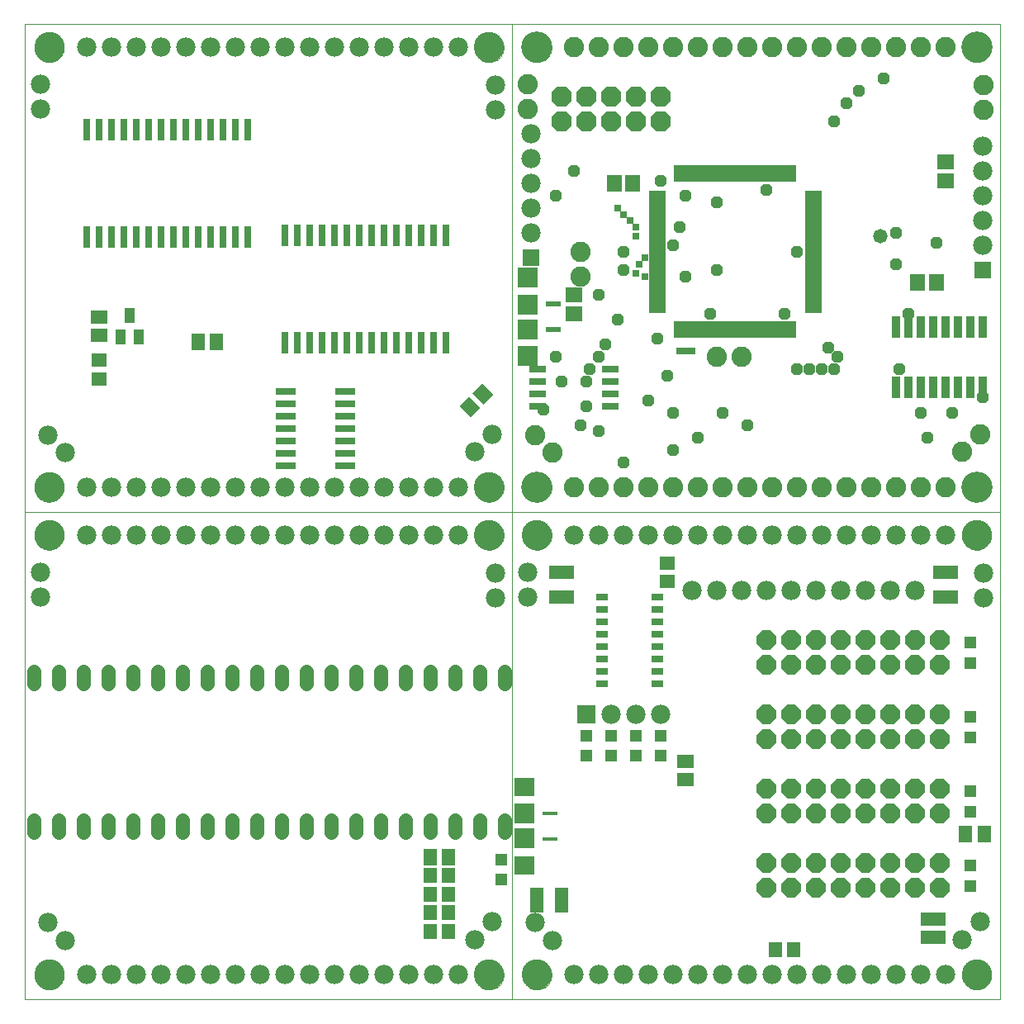
<source format=gts>
G75*
G70*
%OFA0B0*%
%FSLAX25Y25*%
%IPPOS*%
%LPD*%
%AMOC8*
5,1,8,0,0,1.08239X$1,22.5*
%
%ADD10R,0.06700X0.05520*%
%ADD11R,0.02800X0.02800*%
%ADD14R,0.06900X0.02900*%
%ADD16R,0.02180X0.06710*%
%ADD18R,0.06310X0.02180*%
%ADD19R,0.07880X0.07880*%
%ADD22C,0.05600*%
%ADD24OC8,0.04800*%
%ADD25OC8,0.04760*%
%ADD26R,0.06310X0.05520*%
%ADD27C,0.07800*%
%ADD30R,0.05520X0.06310*%
%ADD31R,0.05120X0.05120*%
%ADD32OC8,0.07800*%
%ADD35R,0.08280X0.07890*%
%ADD39R,0.06710X0.02180*%
%ADD40OC8,0.08200*%
%ADD41R,0.07800X0.07800*%
%ADD43R,0.08400X0.03000*%
%ADD46C,0.12210*%
%ADD47R,0.07880X0.07490*%
%ADD48R,0.10400X0.05400*%
%ADD49C,0.08200*%
%ADD52R,0.08280X0.08280*%
%ADD54R,0.06740X0.06740*%
%ADD59R,0.03400X0.08800*%
%ADD62R,0.05910X0.01780*%
%ADD65R,0.06710X0.05920*%
%ADD67R,0.02760X0.09060*%
%ADD70C,0.12610*%
%ADD72R,0.05920X0.06710*%
%ADD76R,0.05120X0.02760*%
%ADD77R,0.05400X0.10400*%
%ADD82C,0.00000*%
%ADD84R,0.04340X0.05910*%
%ADD86R,0.05520X0.06700*%
%ADD89C,0.05800*%
X0000000Y0000000D02*
G75*
%LPD*%
D82*
X0000000Y0000000D02*
X0000000Y0196850D01*
X0196850Y0196850D01*
X0196850Y0000000D01*
X0000000Y0000000D01*
X0004090Y0010000D02*
X0004110Y0010480D01*
X0004170Y0010960D01*
X0004270Y0011430D01*
X0004400Y0011890D01*
X0004580Y0012340D01*
X0004780Y0012780D01*
X0005030Y0013200D01*
X0005310Y0013590D01*
X0005610Y0013960D01*
X0005950Y0014300D01*
X0006320Y0014620D01*
X0006700Y0014910D01*
X0007110Y0015160D01*
X0007540Y0015380D01*
X0007990Y0015560D01*
X0008450Y0015700D01*
X0008920Y0015810D01*
X0009400Y0015880D01*
X0009880Y0015910D01*
X0010360Y0015900D01*
X0010840Y0015850D01*
X0011320Y0015760D01*
X0011780Y0015640D01*
X0012230Y0015470D01*
X0012670Y0015270D01*
X0013090Y0015040D01*
X0013490Y0014770D01*
X0013870Y0014470D01*
X0014220Y0014140D01*
X0014540Y0013780D01*
X0014840Y0013400D01*
X0015100Y0012990D01*
X0015320Y0012560D01*
X0015520Y0012120D01*
X0015670Y0011670D01*
X0015790Y0011200D01*
X0015870Y0010720D01*
X0015910Y0010240D01*
X0015910Y0009760D01*
X0015870Y0009280D01*
X0015790Y0008800D01*
X0015670Y0008330D01*
X0015520Y0007880D01*
X0015320Y0007440D01*
X0015100Y0007010D01*
X0014840Y0006600D01*
X0014540Y0006220D01*
X0014220Y0005860D01*
X0013870Y0005530D01*
X0013490Y0005230D01*
X0013090Y0004960D01*
X0012670Y0004730D01*
X0012230Y0004530D01*
X0011780Y0004360D01*
X0011320Y0004240D01*
X0010840Y0004150D01*
X0010360Y0004100D01*
X0009880Y0004090D01*
X0009400Y0004120D01*
X0008920Y0004190D01*
X0008450Y0004300D01*
X0007990Y0004440D01*
X0007540Y0004620D01*
X0007110Y0004840D01*
X0006700Y0005090D01*
X0006320Y0005380D01*
X0005950Y0005700D01*
X0005610Y0006040D01*
X0005310Y0006410D01*
X0005030Y0006800D01*
X0004780Y0007220D01*
X0004580Y0007660D01*
X0004400Y0008110D01*
X0004270Y0008570D01*
X0004170Y0009040D01*
X0004110Y0009520D01*
X0004090Y0010000D01*
X0004090Y0187500D02*
X0004110Y0187980D01*
X0004170Y0188460D01*
X0004270Y0188930D01*
X0004400Y0189390D01*
X0004580Y0189840D01*
X0004780Y0190280D01*
X0005030Y0190700D01*
X0005310Y0191090D01*
X0005610Y0191460D01*
X0005950Y0191800D01*
X0006320Y0192120D01*
X0006700Y0192410D01*
X0007110Y0192660D01*
X0007540Y0192880D01*
X0007990Y0193060D01*
X0008450Y0193200D01*
X0008920Y0193310D01*
X0009400Y0193380D01*
X0009880Y0193410D01*
X0010360Y0193400D01*
X0010840Y0193350D01*
X0011320Y0193260D01*
X0011780Y0193140D01*
X0012230Y0192970D01*
X0012670Y0192770D01*
X0013090Y0192540D01*
X0013490Y0192270D01*
X0013870Y0191970D01*
X0014220Y0191640D01*
X0014540Y0191280D01*
X0014840Y0190900D01*
X0015100Y0190490D01*
X0015320Y0190060D01*
X0015520Y0189620D01*
X0015670Y0189170D01*
X0015790Y0188700D01*
X0015870Y0188220D01*
X0015910Y0187740D01*
X0015910Y0187260D01*
X0015870Y0186780D01*
X0015790Y0186300D01*
X0015670Y0185830D01*
X0015520Y0185380D01*
X0015320Y0184940D01*
X0015100Y0184510D01*
X0014840Y0184100D01*
X0014540Y0183720D01*
X0014220Y0183360D01*
X0013870Y0183030D01*
X0013490Y0182730D01*
X0013090Y0182460D01*
X0012670Y0182230D01*
X0012230Y0182030D01*
X0011780Y0181860D01*
X0011320Y0181740D01*
X0010840Y0181650D01*
X0010360Y0181600D01*
X0009880Y0181590D01*
X0009400Y0181620D01*
X0008920Y0181690D01*
X0008450Y0181800D01*
X0007990Y0181940D01*
X0007540Y0182120D01*
X0007110Y0182340D01*
X0006700Y0182590D01*
X0006320Y0182880D01*
X0005950Y0183200D01*
X0005610Y0183540D01*
X0005310Y0183910D01*
X0005030Y0184300D01*
X0004780Y0184720D01*
X0004580Y0185160D01*
X0004400Y0185610D01*
X0004270Y0186070D01*
X0004170Y0186540D01*
X0004110Y0187020D01*
X0004090Y0187500D01*
X0181590Y0187500D02*
X0181610Y0187980D01*
X0181670Y0188460D01*
X0181770Y0188930D01*
X0181900Y0189390D01*
X0182080Y0189840D01*
X0182280Y0190280D01*
X0182530Y0190700D01*
X0182810Y0191090D01*
X0183110Y0191460D01*
X0183450Y0191800D01*
X0183820Y0192120D01*
X0184200Y0192410D01*
X0184610Y0192660D01*
X0185040Y0192880D01*
X0185490Y0193060D01*
X0185950Y0193200D01*
X0186420Y0193310D01*
X0186900Y0193380D01*
X0187380Y0193410D01*
X0187860Y0193400D01*
X0188340Y0193350D01*
X0188820Y0193260D01*
X0189280Y0193140D01*
X0189730Y0192970D01*
X0190170Y0192770D01*
X0190590Y0192540D01*
X0190990Y0192270D01*
X0191370Y0191970D01*
X0191720Y0191640D01*
X0192040Y0191280D01*
X0192340Y0190900D01*
X0192600Y0190490D01*
X0192820Y0190060D01*
X0193020Y0189620D01*
X0193170Y0189170D01*
X0193290Y0188700D01*
X0193370Y0188220D01*
X0193410Y0187740D01*
X0193410Y0187260D01*
X0193370Y0186780D01*
X0193290Y0186300D01*
X0193170Y0185830D01*
X0193020Y0185380D01*
X0192820Y0184940D01*
X0192600Y0184510D01*
X0192340Y0184100D01*
X0192040Y0183720D01*
X0191720Y0183360D01*
X0191370Y0183030D01*
X0190990Y0182730D01*
X0190590Y0182460D01*
X0190170Y0182230D01*
X0189730Y0182030D01*
X0189280Y0181860D01*
X0188820Y0181740D01*
X0188340Y0181650D01*
X0187860Y0181600D01*
X0187380Y0181590D01*
X0186900Y0181620D01*
X0186420Y0181690D01*
X0185950Y0181800D01*
X0185490Y0181940D01*
X0185040Y0182120D01*
X0184610Y0182340D01*
X0184200Y0182590D01*
X0183820Y0182880D01*
X0183450Y0183200D01*
X0183110Y0183540D01*
X0182810Y0183910D01*
X0182530Y0184300D01*
X0182280Y0184720D01*
X0182080Y0185160D01*
X0181900Y0185610D01*
X0181770Y0186070D01*
X0181670Y0186540D01*
X0181610Y0187020D01*
X0181590Y0187500D01*
X0181590Y0010000D02*
X0181610Y0010480D01*
X0181670Y0010960D01*
X0181770Y0011430D01*
X0181900Y0011890D01*
X0182080Y0012340D01*
X0182280Y0012780D01*
X0182530Y0013200D01*
X0182810Y0013590D01*
X0183110Y0013960D01*
X0183450Y0014300D01*
X0183820Y0014620D01*
X0184200Y0014910D01*
X0184610Y0015160D01*
X0185040Y0015380D01*
X0185490Y0015560D01*
X0185950Y0015700D01*
X0186420Y0015810D01*
X0186900Y0015880D01*
X0187380Y0015910D01*
X0187860Y0015900D01*
X0188340Y0015850D01*
X0188820Y0015760D01*
X0189280Y0015640D01*
X0189730Y0015470D01*
X0190170Y0015270D01*
X0190590Y0015040D01*
X0190990Y0014770D01*
X0191370Y0014470D01*
X0191720Y0014140D01*
X0192040Y0013780D01*
X0192340Y0013400D01*
X0192600Y0012990D01*
X0192820Y0012560D01*
X0193020Y0012120D01*
X0193170Y0011670D01*
X0193290Y0011200D01*
X0193370Y0010720D01*
X0193410Y0010240D01*
X0193410Y0009760D01*
X0193370Y0009280D01*
X0193290Y0008800D01*
X0193170Y0008330D01*
X0193020Y0007880D01*
X0192820Y0007440D01*
X0192600Y0007010D01*
X0192340Y0006600D01*
X0192040Y0006220D01*
X0191720Y0005860D01*
X0191370Y0005530D01*
X0190990Y0005230D01*
X0190590Y0004960D01*
X0190170Y0004730D01*
X0189730Y0004530D01*
X0189280Y0004360D01*
X0188820Y0004240D01*
X0188340Y0004150D01*
X0187860Y0004100D01*
X0187380Y0004090D01*
X0186900Y0004120D01*
X0186420Y0004190D01*
X0185950Y0004300D01*
X0185490Y0004440D01*
X0185040Y0004620D01*
X0184610Y0004840D01*
X0184200Y0005090D01*
X0183820Y0005380D01*
X0183450Y0005700D01*
X0183110Y0006040D01*
X0182810Y0006410D01*
X0182530Y0006800D01*
X0182280Y0007220D01*
X0182080Y0007660D01*
X0181900Y0008110D01*
X0181770Y0008570D01*
X0181670Y0009040D01*
X0181610Y0009520D01*
X0181590Y0010000D01*
D46*
X0187500Y0010000D03*
X0010000Y0010000D03*
X0010000Y0187500D03*
X0187500Y0187500D03*
D27*
X0175000Y0187500D03*
X0165000Y0187500D03*
X0155000Y0187500D03*
X0145000Y0187500D03*
X0135000Y0187500D03*
X0125000Y0187500D03*
X0115000Y0187500D03*
X0105000Y0187500D03*
X0095000Y0187500D03*
X0085000Y0187500D03*
X0075000Y0187500D03*
X0065000Y0187500D03*
X0055000Y0187500D03*
X0045000Y0187500D03*
X0035000Y0187500D03*
X0025000Y0187500D03*
X0006460Y0172500D03*
X0006460Y0162500D03*
X0009390Y0031040D03*
X0016460Y0023960D03*
X0025000Y0010000D03*
X0035000Y0010000D03*
X0045000Y0010000D03*
X0055000Y0010000D03*
X0065000Y0010000D03*
X0075000Y0010000D03*
X0085000Y0010000D03*
X0095000Y0010000D03*
X0105000Y0010000D03*
X0115000Y0010000D03*
X0125000Y0010000D03*
X0135000Y0010000D03*
X0145000Y0010000D03*
X0155000Y0010000D03*
X0165000Y0010000D03*
X0175000Y0010000D03*
X0181770Y0024270D03*
X0188840Y0031340D03*
X0190300Y0162200D03*
X0190300Y0172200D03*
D22*
X0193750Y0132600D02*
X0193750Y0127400D01*
X0183750Y0127400D02*
X0183750Y0132600D01*
X0173750Y0132600D02*
X0173750Y0127400D01*
X0163750Y0127400D02*
X0163750Y0132600D01*
X0153750Y0132600D02*
X0153750Y0127400D01*
X0143750Y0127400D02*
X0143750Y0132600D01*
X0133750Y0132600D02*
X0133750Y0127400D01*
X0123750Y0127400D02*
X0123750Y0132600D01*
X0113750Y0132600D02*
X0113750Y0127400D01*
X0103750Y0127400D02*
X0103750Y0132600D01*
X0093750Y0132600D02*
X0093750Y0127400D01*
X0083750Y0127400D02*
X0083750Y0132600D01*
X0073750Y0132600D02*
X0073750Y0127400D01*
X0063750Y0127400D02*
X0063750Y0132600D01*
X0053750Y0132600D02*
X0053750Y0127400D01*
X0043750Y0127400D02*
X0043750Y0132600D01*
X0033750Y0132600D02*
X0033750Y0127400D01*
X0023750Y0127400D02*
X0023750Y0132600D01*
X0013750Y0132600D02*
X0013750Y0127400D01*
X0003750Y0127400D02*
X0003750Y0132600D01*
X0003750Y0072600D02*
X0003750Y0067400D01*
X0013750Y0067400D02*
X0013750Y0072600D01*
X0023750Y0072600D02*
X0023750Y0067400D01*
X0033750Y0067400D02*
X0033750Y0072600D01*
X0043750Y0072600D02*
X0043750Y0067400D01*
X0053750Y0067400D02*
X0053750Y0072600D01*
X0063750Y0072600D02*
X0063750Y0067400D01*
X0073750Y0067400D02*
X0073750Y0072600D01*
X0083750Y0072600D02*
X0083750Y0067400D01*
X0093750Y0067400D02*
X0093750Y0072600D01*
X0103750Y0072600D02*
X0103750Y0067400D01*
X0113750Y0067400D02*
X0113750Y0072600D01*
X0123750Y0072600D02*
X0123750Y0067400D01*
X0133750Y0067400D02*
X0133750Y0072600D01*
X0143750Y0072600D02*
X0143750Y0067400D01*
X0153750Y0067400D02*
X0153750Y0072600D01*
X0163750Y0072600D02*
X0163750Y0067400D01*
X0173750Y0067400D02*
X0173750Y0072600D01*
X0183750Y0072600D02*
X0183750Y0067400D01*
X0193750Y0067400D02*
X0193750Y0072600D01*
D30*
X0171240Y0050000D03*
X0163760Y0050000D03*
X0163760Y0042500D03*
X0163760Y0035000D03*
X0171240Y0035000D03*
X0171240Y0042500D03*
X0171240Y0027500D03*
X0163760Y0027500D03*
D86*
X0163760Y0057500D03*
X0171240Y0057500D03*
D31*
X0192500Y0056630D03*
X0192500Y0048370D03*
X0196850Y0000000D02*
G75*
%LPD*%
D82*
X0196850Y0000000D02*
X0196850Y0196850D01*
X0393700Y0196850D01*
X0393700Y0000000D01*
X0196850Y0000000D01*
X0200940Y0010000D02*
X0200960Y0010480D01*
X0201020Y0010960D01*
X0201120Y0011430D01*
X0201250Y0011890D01*
X0201430Y0012340D01*
X0201630Y0012780D01*
X0201880Y0013200D01*
X0202160Y0013590D01*
X0202460Y0013960D01*
X0202800Y0014300D01*
X0203170Y0014620D01*
X0203550Y0014910D01*
X0203960Y0015160D01*
X0204390Y0015380D01*
X0204840Y0015560D01*
X0205300Y0015700D01*
X0205770Y0015810D01*
X0206250Y0015880D01*
X0206730Y0015910D01*
X0207210Y0015900D01*
X0207690Y0015850D01*
X0208170Y0015760D01*
X0208630Y0015640D01*
X0209080Y0015470D01*
X0209520Y0015270D01*
X0209940Y0015040D01*
X0210340Y0014770D01*
X0210720Y0014470D01*
X0211070Y0014140D01*
X0211390Y0013780D01*
X0211690Y0013400D01*
X0211950Y0012990D01*
X0212170Y0012560D01*
X0212370Y0012120D01*
X0212520Y0011670D01*
X0212640Y0011200D01*
X0212720Y0010720D01*
X0212760Y0010240D01*
X0212760Y0009760D01*
X0212720Y0009280D01*
X0212640Y0008800D01*
X0212520Y0008330D01*
X0212370Y0007880D01*
X0212170Y0007440D01*
X0211950Y0007010D01*
X0211690Y0006600D01*
X0211390Y0006220D01*
X0211070Y0005860D01*
X0210720Y0005530D01*
X0210340Y0005230D01*
X0209940Y0004960D01*
X0209520Y0004730D01*
X0209080Y0004530D01*
X0208630Y0004360D01*
X0208170Y0004240D01*
X0207690Y0004150D01*
X0207210Y0004100D01*
X0206730Y0004090D01*
X0206250Y0004120D01*
X0205770Y0004190D01*
X0205300Y0004300D01*
X0204840Y0004440D01*
X0204390Y0004620D01*
X0203960Y0004840D01*
X0203550Y0005090D01*
X0203170Y0005380D01*
X0202800Y0005700D01*
X0202460Y0006040D01*
X0202160Y0006410D01*
X0201880Y0006800D01*
X0201630Y0007220D01*
X0201430Y0007660D01*
X0201250Y0008110D01*
X0201120Y0008570D01*
X0201020Y0009040D01*
X0200960Y0009520D01*
X0200940Y0010000D01*
X0200940Y0187500D02*
X0200960Y0187980D01*
X0201020Y0188460D01*
X0201120Y0188930D01*
X0201250Y0189390D01*
X0201430Y0189840D01*
X0201630Y0190280D01*
X0201880Y0190700D01*
X0202160Y0191090D01*
X0202460Y0191460D01*
X0202800Y0191800D01*
X0203170Y0192120D01*
X0203550Y0192410D01*
X0203960Y0192660D01*
X0204390Y0192880D01*
X0204840Y0193060D01*
X0205300Y0193200D01*
X0205770Y0193310D01*
X0206250Y0193380D01*
X0206730Y0193410D01*
X0207210Y0193400D01*
X0207690Y0193350D01*
X0208170Y0193260D01*
X0208630Y0193140D01*
X0209080Y0192970D01*
X0209520Y0192770D01*
X0209940Y0192540D01*
X0210340Y0192270D01*
X0210720Y0191970D01*
X0211070Y0191640D01*
X0211390Y0191280D01*
X0211690Y0190900D01*
X0211950Y0190490D01*
X0212170Y0190060D01*
X0212370Y0189620D01*
X0212520Y0189170D01*
X0212640Y0188700D01*
X0212720Y0188220D01*
X0212760Y0187740D01*
X0212760Y0187260D01*
X0212720Y0186780D01*
X0212640Y0186300D01*
X0212520Y0185830D01*
X0212370Y0185380D01*
X0212170Y0184940D01*
X0211950Y0184510D01*
X0211690Y0184100D01*
X0211390Y0183720D01*
X0211070Y0183360D01*
X0210720Y0183030D01*
X0210340Y0182730D01*
X0209940Y0182460D01*
X0209520Y0182230D01*
X0209080Y0182030D01*
X0208630Y0181860D01*
X0208170Y0181740D01*
X0207690Y0181650D01*
X0207210Y0181600D01*
X0206730Y0181590D01*
X0206250Y0181620D01*
X0205770Y0181690D01*
X0205300Y0181800D01*
X0204840Y0181940D01*
X0204390Y0182120D01*
X0203960Y0182340D01*
X0203550Y0182590D01*
X0203170Y0182880D01*
X0202800Y0183200D01*
X0202460Y0183540D01*
X0202160Y0183910D01*
X0201880Y0184300D01*
X0201630Y0184720D01*
X0201430Y0185160D01*
X0201250Y0185610D01*
X0201120Y0186070D01*
X0201020Y0186540D01*
X0200960Y0187020D01*
X0200940Y0187500D01*
X0378440Y0187500D02*
X0378460Y0187980D01*
X0378520Y0188460D01*
X0378620Y0188930D01*
X0378750Y0189390D01*
X0378930Y0189840D01*
X0379130Y0190280D01*
X0379380Y0190700D01*
X0379660Y0191090D01*
X0379960Y0191460D01*
X0380300Y0191800D01*
X0380670Y0192120D01*
X0381050Y0192410D01*
X0381460Y0192660D01*
X0381890Y0192880D01*
X0382340Y0193060D01*
X0382800Y0193200D01*
X0383270Y0193310D01*
X0383750Y0193380D01*
X0384230Y0193410D01*
X0384710Y0193400D01*
X0385190Y0193350D01*
X0385670Y0193260D01*
X0386130Y0193140D01*
X0386580Y0192970D01*
X0387020Y0192770D01*
X0387440Y0192540D01*
X0387840Y0192270D01*
X0388220Y0191970D01*
X0388570Y0191640D01*
X0388890Y0191280D01*
X0389190Y0190900D01*
X0389450Y0190490D01*
X0389670Y0190060D01*
X0389870Y0189620D01*
X0390020Y0189170D01*
X0390140Y0188700D01*
X0390220Y0188220D01*
X0390260Y0187740D01*
X0390260Y0187260D01*
X0390220Y0186780D01*
X0390140Y0186300D01*
X0390020Y0185830D01*
X0389870Y0185380D01*
X0389670Y0184940D01*
X0389450Y0184510D01*
X0389190Y0184100D01*
X0388890Y0183720D01*
X0388570Y0183360D01*
X0388220Y0183030D01*
X0387840Y0182730D01*
X0387440Y0182460D01*
X0387020Y0182230D01*
X0386580Y0182030D01*
X0386130Y0181860D01*
X0385670Y0181740D01*
X0385190Y0181650D01*
X0384710Y0181600D01*
X0384230Y0181590D01*
X0383750Y0181620D01*
X0383270Y0181690D01*
X0382800Y0181800D01*
X0382340Y0181940D01*
X0381890Y0182120D01*
X0381460Y0182340D01*
X0381050Y0182590D01*
X0380670Y0182880D01*
X0380300Y0183200D01*
X0379960Y0183540D01*
X0379660Y0183910D01*
X0379380Y0184300D01*
X0379130Y0184720D01*
X0378930Y0185160D01*
X0378750Y0185610D01*
X0378620Y0186070D01*
X0378520Y0186540D01*
X0378460Y0187020D01*
X0378440Y0187500D01*
X0378440Y0010000D02*
X0378460Y0010480D01*
X0378520Y0010960D01*
X0378620Y0011430D01*
X0378750Y0011890D01*
X0378930Y0012340D01*
X0379130Y0012780D01*
X0379380Y0013200D01*
X0379660Y0013590D01*
X0379960Y0013960D01*
X0380300Y0014300D01*
X0380670Y0014620D01*
X0381050Y0014910D01*
X0381460Y0015160D01*
X0381890Y0015380D01*
X0382340Y0015560D01*
X0382800Y0015700D01*
X0383270Y0015810D01*
X0383750Y0015880D01*
X0384230Y0015910D01*
X0384710Y0015900D01*
X0385190Y0015850D01*
X0385670Y0015760D01*
X0386130Y0015640D01*
X0386580Y0015470D01*
X0387020Y0015270D01*
X0387440Y0015040D01*
X0387840Y0014770D01*
X0388220Y0014470D01*
X0388570Y0014140D01*
X0388890Y0013780D01*
X0389190Y0013400D01*
X0389450Y0012990D01*
X0389670Y0012560D01*
X0389870Y0012120D01*
X0390020Y0011670D01*
X0390140Y0011200D01*
X0390220Y0010720D01*
X0390260Y0010240D01*
X0390260Y0009760D01*
X0390220Y0009280D01*
X0390140Y0008800D01*
X0390020Y0008330D01*
X0389870Y0007880D01*
X0389670Y0007440D01*
X0389450Y0007010D01*
X0389190Y0006600D01*
X0388890Y0006220D01*
X0388570Y0005860D01*
X0388220Y0005530D01*
X0387840Y0005230D01*
X0387440Y0004960D01*
X0387020Y0004730D01*
X0386580Y0004530D01*
X0386130Y0004360D01*
X0385670Y0004240D01*
X0385190Y0004150D01*
X0384710Y0004100D01*
X0384230Y0004090D01*
X0383750Y0004120D01*
X0383270Y0004190D01*
X0382800Y0004300D01*
X0382340Y0004440D01*
X0381890Y0004620D01*
X0381460Y0004840D01*
X0381050Y0005090D01*
X0380670Y0005380D01*
X0380300Y0005700D01*
X0379960Y0006040D01*
X0379660Y0006410D01*
X0379380Y0006800D01*
X0379130Y0007220D01*
X0378930Y0007660D01*
X0378750Y0008110D01*
X0378620Y0008570D01*
X0378520Y0009040D01*
X0378460Y0009520D01*
X0378440Y0010000D01*
D46*
X0384350Y0010000D03*
X0206850Y0010000D03*
X0206850Y0187500D03*
X0384350Y0187500D03*
D27*
X0371850Y0187500D03*
X0361850Y0187500D03*
X0351850Y0187500D03*
X0341850Y0187500D03*
X0331850Y0187500D03*
X0321850Y0187500D03*
X0311850Y0187500D03*
X0301850Y0187500D03*
X0291850Y0187500D03*
X0281850Y0187500D03*
X0271850Y0187500D03*
X0261850Y0187500D03*
X0251850Y0187500D03*
X0241850Y0187500D03*
X0231850Y0187500D03*
X0221850Y0187500D03*
X0203310Y0172500D03*
X0203310Y0162500D03*
X0236850Y0115000D03*
X0246850Y0115000D03*
X0256850Y0115000D03*
X0269350Y0165000D03*
X0279350Y0165000D03*
X0289350Y0165000D03*
X0299350Y0165000D03*
X0309350Y0165000D03*
X0319350Y0165000D03*
X0329350Y0165000D03*
X0339350Y0165000D03*
X0349350Y0165000D03*
X0359350Y0165000D03*
X0387150Y0162200D03*
X0387150Y0172200D03*
X0385680Y0031340D03*
X0378610Y0024270D03*
X0371850Y0010000D03*
X0361850Y0010000D03*
X0351850Y0010000D03*
X0341850Y0010000D03*
X0331850Y0010000D03*
X0321850Y0010000D03*
X0311850Y0010000D03*
X0301850Y0010000D03*
X0291850Y0010000D03*
X0281850Y0010000D03*
X0271850Y0010000D03*
X0261850Y0010000D03*
X0251850Y0010000D03*
X0241850Y0010000D03*
X0231850Y0010000D03*
X0221850Y0010000D03*
X0213310Y0023960D03*
X0206240Y0031040D03*
D76*
X0233320Y0127500D03*
X0233320Y0132500D03*
X0233320Y0137500D03*
X0233320Y0142500D03*
X0233320Y0147500D03*
X0233320Y0152500D03*
X0233320Y0157500D03*
X0233320Y0162500D03*
X0255370Y0162500D03*
X0255370Y0157500D03*
X0255370Y0152500D03*
X0255370Y0147500D03*
X0255370Y0142500D03*
X0255370Y0137500D03*
X0255370Y0132500D03*
X0255370Y0127500D03*
D32*
X0299350Y0135000D03*
X0309350Y0135000D03*
X0319350Y0135000D03*
X0329350Y0135000D03*
X0339350Y0135000D03*
X0349350Y0135000D03*
X0359350Y0135000D03*
X0369350Y0135000D03*
X0369350Y0145000D03*
X0359350Y0145000D03*
X0349350Y0145000D03*
X0339350Y0145000D03*
X0329350Y0145000D03*
X0319350Y0145000D03*
X0309350Y0145000D03*
X0299350Y0145000D03*
X0299350Y0115000D03*
X0309350Y0115000D03*
X0319350Y0115000D03*
X0329350Y0115000D03*
X0339350Y0115000D03*
X0349350Y0115000D03*
X0359350Y0115000D03*
X0369350Y0115000D03*
X0369350Y0105000D03*
X0359350Y0105000D03*
X0349350Y0105000D03*
X0339350Y0105000D03*
X0329350Y0105000D03*
X0319350Y0105000D03*
X0309350Y0105000D03*
X0299350Y0105000D03*
X0299350Y0085000D03*
X0309350Y0085000D03*
X0319350Y0085000D03*
X0329350Y0085000D03*
X0339350Y0085000D03*
X0349350Y0085000D03*
X0359350Y0085000D03*
X0369350Y0085000D03*
X0369350Y0075000D03*
X0359350Y0075000D03*
X0349350Y0075000D03*
X0339350Y0075000D03*
X0329350Y0075000D03*
X0319350Y0075000D03*
X0309350Y0075000D03*
X0299350Y0075000D03*
X0299350Y0055000D03*
X0309350Y0055000D03*
X0319350Y0055000D03*
X0329350Y0055000D03*
X0339350Y0055000D03*
X0349350Y0055000D03*
X0359350Y0055000D03*
X0369350Y0055000D03*
X0369350Y0045000D03*
X0359350Y0045000D03*
X0349350Y0045000D03*
X0339350Y0045000D03*
X0329350Y0045000D03*
X0319350Y0045000D03*
X0309350Y0045000D03*
X0299350Y0045000D03*
D41*
X0226850Y0115000D03*
D31*
X0226850Y0106630D03*
X0226850Y0098370D03*
X0236850Y0098370D03*
X0246850Y0098370D03*
X0246850Y0106630D03*
X0236850Y0106630D03*
X0256850Y0106630D03*
X0256850Y0098370D03*
X0381850Y0105870D03*
X0381850Y0114130D03*
X0381850Y0135870D03*
X0381850Y0144130D03*
X0381850Y0084130D03*
X0381850Y0075870D03*
X0381850Y0054130D03*
X0381850Y0045870D03*
D86*
X0379870Y0066770D03*
X0387350Y0066770D03*
D10*
X0266850Y0088760D03*
X0266850Y0096240D03*
D77*
X0216850Y0040000D03*
X0206850Y0040000D03*
D48*
X0216850Y0162500D03*
X0216850Y0172500D03*
X0366850Y0032500D03*
X0366850Y0025000D03*
X0371850Y0162500D03*
X0371850Y0172500D03*
D62*
X0212280Y0075120D03*
X0212280Y0064880D03*
D47*
X0201850Y0054250D03*
X0201850Y0085750D03*
D19*
X0201850Y0075000D03*
X0201850Y0065000D03*
D30*
X0303110Y0020000D03*
X0310590Y0020000D03*
D26*
X0259350Y0168760D03*
X0259350Y0176240D03*
X0000000Y0196850D02*
G75*
%LPD*%
D82*
X0000000Y0196850D02*
X0000000Y0393700D01*
X0196850Y0393700D01*
X0196850Y0196850D01*
X0000000Y0196850D01*
X0004090Y0206850D02*
X0004110Y0207330D01*
X0004170Y0207810D01*
X0004270Y0208280D01*
X0004400Y0208740D01*
X0004580Y0209190D01*
X0004780Y0209630D01*
X0005030Y0210050D01*
X0005310Y0210440D01*
X0005610Y0210810D01*
X0005950Y0211150D01*
X0006320Y0211470D01*
X0006700Y0211760D01*
X0007110Y0212010D01*
X0007540Y0212230D01*
X0007990Y0212410D01*
X0008450Y0212550D01*
X0008920Y0212660D01*
X0009400Y0212730D01*
X0009880Y0212760D01*
X0010360Y0212750D01*
X0010840Y0212700D01*
X0011320Y0212610D01*
X0011780Y0212490D01*
X0012230Y0212320D01*
X0012670Y0212120D01*
X0013090Y0211890D01*
X0013490Y0211620D01*
X0013870Y0211320D01*
X0014220Y0210990D01*
X0014540Y0210630D01*
X0014840Y0210250D01*
X0015100Y0209840D01*
X0015320Y0209410D01*
X0015520Y0208970D01*
X0015670Y0208520D01*
X0015790Y0208050D01*
X0015870Y0207570D01*
X0015910Y0207090D01*
X0015910Y0206610D01*
X0015870Y0206130D01*
X0015790Y0205650D01*
X0015670Y0205180D01*
X0015520Y0204730D01*
X0015320Y0204290D01*
X0015100Y0203860D01*
X0014840Y0203450D01*
X0014540Y0203070D01*
X0014220Y0202710D01*
X0013870Y0202380D01*
X0013490Y0202080D01*
X0013090Y0201810D01*
X0012670Y0201580D01*
X0012230Y0201380D01*
X0011780Y0201210D01*
X0011320Y0201090D01*
X0010840Y0201000D01*
X0010360Y0200950D01*
X0009880Y0200940D01*
X0009400Y0200970D01*
X0008920Y0201040D01*
X0008450Y0201150D01*
X0007990Y0201290D01*
X0007540Y0201470D01*
X0007110Y0201690D01*
X0006700Y0201940D01*
X0006320Y0202230D01*
X0005950Y0202550D01*
X0005610Y0202890D01*
X0005310Y0203260D01*
X0005030Y0203650D01*
X0004780Y0204070D01*
X0004580Y0204510D01*
X0004400Y0204960D01*
X0004270Y0205420D01*
X0004170Y0205890D01*
X0004110Y0206370D01*
X0004090Y0206850D01*
X0004090Y0384350D02*
X0004110Y0384830D01*
X0004170Y0385310D01*
X0004270Y0385780D01*
X0004400Y0386240D01*
X0004580Y0386690D01*
X0004780Y0387130D01*
X0005030Y0387550D01*
X0005310Y0387940D01*
X0005610Y0388310D01*
X0005950Y0388650D01*
X0006320Y0388970D01*
X0006700Y0389260D01*
X0007110Y0389510D01*
X0007540Y0389730D01*
X0007990Y0389910D01*
X0008450Y0390050D01*
X0008920Y0390160D01*
X0009400Y0390230D01*
X0009880Y0390260D01*
X0010360Y0390250D01*
X0010840Y0390200D01*
X0011320Y0390110D01*
X0011780Y0389990D01*
X0012230Y0389820D01*
X0012670Y0389620D01*
X0013090Y0389390D01*
X0013490Y0389120D01*
X0013870Y0388820D01*
X0014220Y0388490D01*
X0014540Y0388130D01*
X0014840Y0387750D01*
X0015100Y0387340D01*
X0015320Y0386910D01*
X0015520Y0386470D01*
X0015670Y0386020D01*
X0015790Y0385550D01*
X0015870Y0385070D01*
X0015910Y0384590D01*
X0015910Y0384110D01*
X0015870Y0383630D01*
X0015790Y0383150D01*
X0015670Y0382680D01*
X0015520Y0382230D01*
X0015320Y0381790D01*
X0015100Y0381360D01*
X0014840Y0380950D01*
X0014540Y0380570D01*
X0014220Y0380210D01*
X0013870Y0379880D01*
X0013490Y0379580D01*
X0013090Y0379310D01*
X0012670Y0379080D01*
X0012230Y0378880D01*
X0011780Y0378710D01*
X0011320Y0378590D01*
X0010840Y0378500D01*
X0010360Y0378450D01*
X0009880Y0378440D01*
X0009400Y0378470D01*
X0008920Y0378540D01*
X0008450Y0378650D01*
X0007990Y0378790D01*
X0007540Y0378970D01*
X0007110Y0379190D01*
X0006700Y0379440D01*
X0006320Y0379730D01*
X0005950Y0380050D01*
X0005610Y0380390D01*
X0005310Y0380760D01*
X0005030Y0381150D01*
X0004780Y0381570D01*
X0004580Y0382010D01*
X0004400Y0382460D01*
X0004270Y0382920D01*
X0004170Y0383390D01*
X0004110Y0383870D01*
X0004090Y0384350D01*
X0181590Y0384350D02*
X0181610Y0384830D01*
X0181670Y0385310D01*
X0181770Y0385780D01*
X0181900Y0386240D01*
X0182080Y0386690D01*
X0182280Y0387130D01*
X0182530Y0387550D01*
X0182810Y0387940D01*
X0183110Y0388310D01*
X0183450Y0388650D01*
X0183820Y0388970D01*
X0184200Y0389260D01*
X0184610Y0389510D01*
X0185040Y0389730D01*
X0185490Y0389910D01*
X0185950Y0390050D01*
X0186420Y0390160D01*
X0186900Y0390230D01*
X0187380Y0390260D01*
X0187860Y0390250D01*
X0188340Y0390200D01*
X0188820Y0390110D01*
X0189280Y0389990D01*
X0189730Y0389820D01*
X0190170Y0389620D01*
X0190590Y0389390D01*
X0190990Y0389120D01*
X0191370Y0388820D01*
X0191720Y0388490D01*
X0192040Y0388130D01*
X0192340Y0387750D01*
X0192600Y0387340D01*
X0192820Y0386910D01*
X0193020Y0386470D01*
X0193170Y0386020D01*
X0193290Y0385550D01*
X0193370Y0385070D01*
X0193410Y0384590D01*
X0193410Y0384110D01*
X0193370Y0383630D01*
X0193290Y0383150D01*
X0193170Y0382680D01*
X0193020Y0382230D01*
X0192820Y0381790D01*
X0192600Y0381360D01*
X0192340Y0380950D01*
X0192040Y0380570D01*
X0191720Y0380210D01*
X0191370Y0379880D01*
X0190990Y0379580D01*
X0190590Y0379310D01*
X0190170Y0379080D01*
X0189730Y0378880D01*
X0189280Y0378710D01*
X0188820Y0378590D01*
X0188340Y0378500D01*
X0187860Y0378450D01*
X0187380Y0378440D01*
X0186900Y0378470D01*
X0186420Y0378540D01*
X0185950Y0378650D01*
X0185490Y0378790D01*
X0185040Y0378970D01*
X0184610Y0379190D01*
X0184200Y0379440D01*
X0183820Y0379730D01*
X0183450Y0380050D01*
X0183110Y0380390D01*
X0182810Y0380760D01*
X0182530Y0381150D01*
X0182280Y0381570D01*
X0182080Y0382010D01*
X0181900Y0382460D01*
X0181770Y0382920D01*
X0181670Y0383390D01*
X0181610Y0383870D01*
X0181590Y0384350D01*
X0181590Y0206850D02*
X0181610Y0207330D01*
X0181670Y0207810D01*
X0181770Y0208280D01*
X0181900Y0208740D01*
X0182080Y0209190D01*
X0182280Y0209630D01*
X0182530Y0210050D01*
X0182810Y0210440D01*
X0183110Y0210810D01*
X0183450Y0211150D01*
X0183820Y0211470D01*
X0184200Y0211760D01*
X0184610Y0212010D01*
X0185040Y0212230D01*
X0185490Y0212410D01*
X0185950Y0212550D01*
X0186420Y0212660D01*
X0186900Y0212730D01*
X0187380Y0212760D01*
X0187860Y0212750D01*
X0188340Y0212700D01*
X0188820Y0212610D01*
X0189280Y0212490D01*
X0189730Y0212320D01*
X0190170Y0212120D01*
X0190590Y0211890D01*
X0190990Y0211620D01*
X0191370Y0211320D01*
X0191720Y0210990D01*
X0192040Y0210630D01*
X0192340Y0210250D01*
X0192600Y0209840D01*
X0192820Y0209410D01*
X0193020Y0208970D01*
X0193170Y0208520D01*
X0193290Y0208050D01*
X0193370Y0207570D01*
X0193410Y0207090D01*
X0193410Y0206610D01*
X0193370Y0206130D01*
X0193290Y0205650D01*
X0193170Y0205180D01*
X0193020Y0204730D01*
X0192820Y0204290D01*
X0192600Y0203860D01*
X0192340Y0203450D01*
X0192040Y0203070D01*
X0191720Y0202710D01*
X0191370Y0202380D01*
X0190990Y0202080D01*
X0190590Y0201810D01*
X0190170Y0201580D01*
X0189730Y0201380D01*
X0189280Y0201210D01*
X0188820Y0201090D01*
X0188340Y0201000D01*
X0187860Y0200950D01*
X0187380Y0200940D01*
X0186900Y0200970D01*
X0186420Y0201040D01*
X0185950Y0201150D01*
X0185490Y0201290D01*
X0185040Y0201470D01*
X0184610Y0201690D01*
X0184200Y0201940D01*
X0183820Y0202230D01*
X0183450Y0202550D01*
X0183110Y0202890D01*
X0182810Y0203260D01*
X0182530Y0203650D01*
X0182280Y0204070D01*
X0182080Y0204510D01*
X0181900Y0204960D01*
X0181770Y0205420D01*
X0181670Y0205890D01*
X0181610Y0206370D01*
X0181590Y0206850D01*
D46*
X0187500Y0206850D03*
X0187500Y0384350D03*
X0010000Y0384350D03*
X0010000Y0206850D03*
D67*
X0105000Y0265200D03*
X0110000Y0265200D03*
X0115000Y0265200D03*
X0120000Y0265200D03*
X0125000Y0265200D03*
X0130000Y0265200D03*
X0135000Y0265200D03*
X0140000Y0265200D03*
X0145000Y0265200D03*
X0150000Y0265200D03*
X0155000Y0265200D03*
X0160000Y0265200D03*
X0165000Y0265200D03*
X0170000Y0265200D03*
X0170000Y0308500D03*
X0165000Y0308500D03*
X0160000Y0308500D03*
X0155000Y0308500D03*
X0150000Y0308500D03*
X0145000Y0308500D03*
X0140000Y0308500D03*
X0135000Y0308500D03*
X0130000Y0308500D03*
X0125000Y0308500D03*
X0120000Y0308500D03*
X0115000Y0308500D03*
X0110000Y0308500D03*
X0105000Y0308500D03*
X0090000Y0307700D03*
X0085000Y0307700D03*
X0080000Y0307700D03*
X0075000Y0307700D03*
X0070000Y0307700D03*
X0065000Y0307700D03*
X0060000Y0307700D03*
X0055000Y0307700D03*
X0050000Y0307700D03*
X0045000Y0307700D03*
X0040000Y0307700D03*
X0035000Y0307700D03*
X0030000Y0307700D03*
X0025000Y0307700D03*
X0025000Y0351000D03*
X0030000Y0351000D03*
X0035000Y0351000D03*
X0040000Y0351000D03*
X0045000Y0351000D03*
X0050000Y0351000D03*
X0055000Y0351000D03*
X0060000Y0351000D03*
X0065000Y0351000D03*
X0070000Y0351000D03*
X0075000Y0351000D03*
X0080000Y0351000D03*
X0085000Y0351000D03*
X0090000Y0351000D03*
D27*
X0085000Y0384350D03*
X0075000Y0384350D03*
X0065000Y0384350D03*
X0055000Y0384350D03*
X0045000Y0384350D03*
X0035000Y0384350D03*
X0025000Y0384350D03*
X0006460Y0369350D03*
X0006460Y0359350D03*
X0095000Y0384350D03*
X0105000Y0384350D03*
X0115000Y0384350D03*
X0125000Y0384350D03*
X0135000Y0384350D03*
X0145000Y0384350D03*
X0155000Y0384350D03*
X0165000Y0384350D03*
X0175000Y0384350D03*
X0190300Y0369050D03*
X0190300Y0359050D03*
X0188840Y0228190D03*
X0181770Y0221120D03*
X0175000Y0206850D03*
X0165000Y0206850D03*
X0155000Y0206850D03*
X0145000Y0206850D03*
X0135000Y0206850D03*
X0125000Y0206850D03*
X0115000Y0206850D03*
X0105000Y0206850D03*
X0095000Y0206850D03*
X0085000Y0206850D03*
X0075000Y0206850D03*
X0065000Y0206850D03*
X0055000Y0206850D03*
X0045000Y0206850D03*
X0035000Y0206850D03*
X0025000Y0206850D03*
X0016460Y0220810D03*
X0009390Y0227890D03*
D43*
X0105400Y0225600D03*
X0105400Y0220600D03*
X0105400Y0215600D03*
X0105400Y0230600D03*
X0105400Y0235600D03*
X0105400Y0240600D03*
X0105400Y0245600D03*
X0129600Y0245600D03*
X0129600Y0240600D03*
X0129600Y0235600D03*
X0129600Y0230600D03*
X0129600Y0225600D03*
X0129600Y0220600D03*
X0129600Y0215600D03*
D84*
X0046240Y0267520D03*
X0038760Y0267520D03*
X0042500Y0276180D03*
D10*
X0030000Y0275590D03*
X0030000Y0268110D03*
D86*
X0070010Y0265600D03*
X0077490Y0265600D03*
D26*
X0030000Y0258090D03*
X0030000Y0250610D03*
D30*
G36*
X0184030Y0238940D02*
X0180130Y0235040D01*
X0175690Y0239480D01*
X0179590Y0243380D01*
X0184030Y0238940D01*
G37*
G36*
X0189310Y0244220D02*
X0185410Y0240320D01*
X0180970Y0244760D01*
X0184870Y0248660D01*
X0189310Y0244220D01*
G37*
X0196850Y0196850D02*
G75*
%LPD*%
D82*
X0196850Y0196850D02*
X0196850Y0393700D01*
X0393700Y0393700D01*
X0393700Y0196850D01*
X0196850Y0196850D01*
X0200940Y0206850D02*
X0200960Y0207330D01*
X0201020Y0207810D01*
X0201120Y0208280D01*
X0201250Y0208740D01*
X0201430Y0209190D01*
X0201630Y0209630D01*
X0201880Y0210050D01*
X0202160Y0210440D01*
X0202460Y0210810D01*
X0202800Y0211150D01*
X0203170Y0211470D01*
X0203550Y0211760D01*
X0203960Y0212010D01*
X0204390Y0212230D01*
X0204840Y0212410D01*
X0205300Y0212550D01*
X0205770Y0212660D01*
X0206250Y0212730D01*
X0206730Y0212760D01*
X0207210Y0212750D01*
X0207690Y0212700D01*
X0208170Y0212610D01*
X0208630Y0212490D01*
X0209080Y0212320D01*
X0209520Y0212120D01*
X0209940Y0211890D01*
X0210340Y0211620D01*
X0210720Y0211320D01*
X0211070Y0210990D01*
X0211390Y0210630D01*
X0211690Y0210250D01*
X0211950Y0209840D01*
X0212170Y0209410D01*
X0212370Y0208970D01*
X0212520Y0208520D01*
X0212640Y0208050D01*
X0212720Y0207570D01*
X0212760Y0207090D01*
X0212760Y0206610D01*
X0212720Y0206130D01*
X0212640Y0205650D01*
X0212520Y0205180D01*
X0212370Y0204730D01*
X0212170Y0204290D01*
X0211950Y0203860D01*
X0211690Y0203450D01*
X0211390Y0203070D01*
X0211070Y0202710D01*
X0210720Y0202380D01*
X0210340Y0202080D01*
X0209940Y0201810D01*
X0209520Y0201580D01*
X0209080Y0201380D01*
X0208630Y0201210D01*
X0208170Y0201090D01*
X0207690Y0201000D01*
X0207210Y0200950D01*
X0206730Y0200940D01*
X0206250Y0200970D01*
X0205770Y0201040D01*
X0205300Y0201150D01*
X0204840Y0201290D01*
X0204390Y0201470D01*
X0203960Y0201690D01*
X0203550Y0201940D01*
X0203170Y0202230D01*
X0202800Y0202550D01*
X0202460Y0202890D01*
X0202160Y0203260D01*
X0201880Y0203650D01*
X0201630Y0204070D01*
X0201430Y0204510D01*
X0201250Y0204960D01*
X0201120Y0205420D01*
X0201020Y0205890D01*
X0200960Y0206370D01*
X0200940Y0206850D01*
X0200940Y0384350D02*
X0200960Y0384830D01*
X0201020Y0385310D01*
X0201120Y0385780D01*
X0201250Y0386240D01*
X0201430Y0386690D01*
X0201630Y0387130D01*
X0201880Y0387550D01*
X0202160Y0387940D01*
X0202460Y0388310D01*
X0202800Y0388650D01*
X0203170Y0388970D01*
X0203550Y0389260D01*
X0203960Y0389510D01*
X0204390Y0389730D01*
X0204840Y0389910D01*
X0205300Y0390050D01*
X0205770Y0390160D01*
X0206250Y0390230D01*
X0206730Y0390260D01*
X0207210Y0390250D01*
X0207690Y0390200D01*
X0208170Y0390110D01*
X0208630Y0389990D01*
X0209080Y0389820D01*
X0209520Y0389620D01*
X0209940Y0389390D01*
X0210340Y0389120D01*
X0210720Y0388820D01*
X0211070Y0388490D01*
X0211390Y0388130D01*
X0211690Y0387750D01*
X0211950Y0387340D01*
X0212170Y0386910D01*
X0212370Y0386470D01*
X0212520Y0386020D01*
X0212640Y0385550D01*
X0212720Y0385070D01*
X0212760Y0384590D01*
X0212760Y0384110D01*
X0212720Y0383630D01*
X0212640Y0383150D01*
X0212520Y0382680D01*
X0212370Y0382230D01*
X0212170Y0381790D01*
X0211950Y0381360D01*
X0211690Y0380950D01*
X0211390Y0380570D01*
X0211070Y0380210D01*
X0210720Y0379880D01*
X0210340Y0379580D01*
X0209940Y0379310D01*
X0209520Y0379080D01*
X0209080Y0378880D01*
X0208630Y0378710D01*
X0208170Y0378590D01*
X0207690Y0378500D01*
X0207210Y0378450D01*
X0206730Y0378440D01*
X0206250Y0378470D01*
X0205770Y0378540D01*
X0205300Y0378650D01*
X0204840Y0378790D01*
X0204390Y0378970D01*
X0203960Y0379190D01*
X0203550Y0379440D01*
X0203170Y0379730D01*
X0202800Y0380050D01*
X0202460Y0380390D01*
X0202160Y0380760D01*
X0201880Y0381150D01*
X0201630Y0381570D01*
X0201430Y0382010D01*
X0201250Y0382460D01*
X0201120Y0382920D01*
X0201020Y0383390D01*
X0200960Y0383870D01*
X0200940Y0384350D01*
X0378440Y0384350D02*
X0378460Y0384830D01*
X0378520Y0385310D01*
X0378620Y0385780D01*
X0378750Y0386240D01*
X0378930Y0386690D01*
X0379130Y0387130D01*
X0379380Y0387550D01*
X0379660Y0387940D01*
X0379960Y0388310D01*
X0380300Y0388650D01*
X0380670Y0388970D01*
X0381050Y0389260D01*
X0381460Y0389510D01*
X0381890Y0389730D01*
X0382340Y0389910D01*
X0382800Y0390050D01*
X0383270Y0390160D01*
X0383750Y0390230D01*
X0384230Y0390260D01*
X0384710Y0390250D01*
X0385190Y0390200D01*
X0385670Y0390110D01*
X0386130Y0389990D01*
X0386580Y0389820D01*
X0387020Y0389620D01*
X0387440Y0389390D01*
X0387840Y0389120D01*
X0388220Y0388820D01*
X0388570Y0388490D01*
X0388890Y0388130D01*
X0389190Y0387750D01*
X0389450Y0387340D01*
X0389670Y0386910D01*
X0389870Y0386470D01*
X0390020Y0386020D01*
X0390140Y0385550D01*
X0390220Y0385070D01*
X0390260Y0384590D01*
X0390260Y0384110D01*
X0390220Y0383630D01*
X0390140Y0383150D01*
X0390020Y0382680D01*
X0389870Y0382230D01*
X0389670Y0381790D01*
X0389450Y0381360D01*
X0389190Y0380950D01*
X0388890Y0380570D01*
X0388570Y0380210D01*
X0388220Y0379880D01*
X0387840Y0379580D01*
X0387440Y0379310D01*
X0387020Y0379080D01*
X0386580Y0378880D01*
X0386130Y0378710D01*
X0385670Y0378590D01*
X0385190Y0378500D01*
X0384710Y0378450D01*
X0384230Y0378440D01*
X0383750Y0378470D01*
X0383270Y0378540D01*
X0382800Y0378650D01*
X0382340Y0378790D01*
X0381890Y0378970D01*
X0381460Y0379190D01*
X0381050Y0379440D01*
X0380670Y0379730D01*
X0380300Y0380050D01*
X0379960Y0380390D01*
X0379660Y0380760D01*
X0379380Y0381150D01*
X0379130Y0381570D01*
X0378930Y0382010D01*
X0378750Y0382460D01*
X0378620Y0382920D01*
X0378520Y0383390D01*
X0378460Y0383870D01*
X0378440Y0384350D01*
X0378440Y0206850D02*
X0378460Y0207330D01*
X0378520Y0207810D01*
X0378620Y0208280D01*
X0378750Y0208740D01*
X0378930Y0209190D01*
X0379130Y0209630D01*
X0379380Y0210050D01*
X0379660Y0210440D01*
X0379960Y0210810D01*
X0380300Y0211150D01*
X0380670Y0211470D01*
X0381050Y0211760D01*
X0381460Y0212010D01*
X0381890Y0212230D01*
X0382340Y0212410D01*
X0382800Y0212550D01*
X0383270Y0212660D01*
X0383750Y0212730D01*
X0384230Y0212760D01*
X0384710Y0212750D01*
X0385190Y0212700D01*
X0385670Y0212610D01*
X0386130Y0212490D01*
X0386580Y0212320D01*
X0387020Y0212120D01*
X0387440Y0211890D01*
X0387840Y0211620D01*
X0388220Y0211320D01*
X0388570Y0210990D01*
X0388890Y0210630D01*
X0389190Y0210250D01*
X0389450Y0209840D01*
X0389670Y0209410D01*
X0389870Y0208970D01*
X0390020Y0208520D01*
X0390140Y0208050D01*
X0390220Y0207570D01*
X0390260Y0207090D01*
X0390260Y0206610D01*
X0390220Y0206130D01*
X0390140Y0205650D01*
X0390020Y0205180D01*
X0389870Y0204730D01*
X0389670Y0204290D01*
X0389450Y0203860D01*
X0389190Y0203450D01*
X0388890Y0203070D01*
X0388570Y0202710D01*
X0388220Y0202380D01*
X0387840Y0202080D01*
X0387440Y0201810D01*
X0387020Y0201580D01*
X0386580Y0201380D01*
X0386130Y0201210D01*
X0385670Y0201090D01*
X0385190Y0201000D01*
X0384710Y0200950D01*
X0384230Y0200940D01*
X0383750Y0200970D01*
X0383270Y0201040D01*
X0382800Y0201150D01*
X0382340Y0201290D01*
X0381890Y0201470D01*
X0381460Y0201690D01*
X0381050Y0201940D01*
X0380670Y0202230D01*
X0380300Y0202550D01*
X0379960Y0202890D01*
X0379660Y0203260D01*
X0379380Y0203650D01*
X0379130Y0204070D01*
X0378930Y0204510D01*
X0378750Y0204960D01*
X0378620Y0205420D01*
X0378520Y0205890D01*
X0378460Y0206370D01*
X0378440Y0206850D01*
D70*
X0384350Y0206850D03*
X0206850Y0206850D03*
X0206850Y0384350D03*
X0384350Y0384350D03*
D49*
X0371850Y0384350D03*
X0361850Y0384350D03*
X0351850Y0384350D03*
X0341850Y0384350D03*
X0331850Y0384350D03*
X0321850Y0384350D03*
X0311850Y0384350D03*
X0301850Y0384350D03*
X0291850Y0384350D03*
X0281850Y0384350D03*
X0271850Y0384350D03*
X0261850Y0384350D03*
X0251850Y0384350D03*
X0241850Y0384350D03*
X0231850Y0384350D03*
X0221850Y0384350D03*
X0203310Y0369350D03*
X0203310Y0359350D03*
X0224350Y0301850D03*
X0224350Y0291850D03*
X0279350Y0259350D03*
X0289350Y0259350D03*
X0291850Y0206850D03*
X0301850Y0206850D03*
X0311850Y0206850D03*
X0321850Y0206850D03*
X0331850Y0206850D03*
X0341850Y0206850D03*
X0351850Y0206850D03*
X0361850Y0206850D03*
X0371850Y0206850D03*
X0378610Y0221120D03*
X0385680Y0228190D03*
X0281850Y0206850D03*
X0271850Y0206850D03*
X0261850Y0206850D03*
X0251850Y0206850D03*
X0241850Y0206850D03*
X0231850Y0206850D03*
X0221850Y0206850D03*
X0213310Y0220810D03*
X0206240Y0227890D03*
X0387150Y0359050D03*
X0387150Y0369050D03*
D14*
X0236450Y0254350D03*
X0236450Y0249350D03*
X0236450Y0244350D03*
X0236450Y0239350D03*
X0207250Y0239350D03*
X0207250Y0244350D03*
X0207250Y0249350D03*
X0207250Y0254350D03*
D39*
X0255350Y0278230D03*
X0255350Y0280200D03*
X0255350Y0282160D03*
X0255350Y0284130D03*
X0255350Y0286100D03*
X0255350Y0288070D03*
X0255350Y0290040D03*
X0255350Y0292010D03*
X0255350Y0293980D03*
X0255350Y0295940D03*
X0255350Y0297910D03*
X0255350Y0299880D03*
X0255350Y0301850D03*
X0255350Y0303820D03*
X0255350Y0305790D03*
X0255350Y0307760D03*
X0255350Y0309720D03*
X0255350Y0311690D03*
X0255350Y0313660D03*
X0255350Y0315630D03*
X0255350Y0317600D03*
X0255350Y0319570D03*
X0255350Y0321540D03*
X0255350Y0323500D03*
X0255350Y0325470D03*
X0318340Y0325470D03*
X0318340Y0323500D03*
X0318340Y0321540D03*
X0318340Y0319570D03*
X0318340Y0317600D03*
X0318340Y0315630D03*
X0318340Y0313660D03*
X0318340Y0311690D03*
X0318340Y0309720D03*
X0318340Y0307760D03*
X0318340Y0305790D03*
X0318340Y0303820D03*
X0318340Y0301850D03*
X0318340Y0299880D03*
X0318340Y0297910D03*
X0318340Y0295940D03*
X0318340Y0293980D03*
X0318340Y0292010D03*
X0318340Y0290040D03*
X0318340Y0288070D03*
X0318340Y0286100D03*
X0318340Y0284130D03*
X0318340Y0282160D03*
X0318340Y0280200D03*
X0318340Y0278230D03*
D16*
X0310470Y0270350D03*
X0308500Y0270350D03*
X0306530Y0270350D03*
X0304560Y0270350D03*
X0302590Y0270350D03*
X0300630Y0270350D03*
X0298660Y0270350D03*
X0296690Y0270350D03*
X0294720Y0270350D03*
X0292750Y0270350D03*
X0290780Y0270350D03*
X0288810Y0270350D03*
X0286850Y0270350D03*
X0284880Y0270350D03*
X0282910Y0270350D03*
X0280940Y0270350D03*
X0278970Y0270350D03*
X0277000Y0270350D03*
X0275030Y0270350D03*
X0273070Y0270350D03*
X0271100Y0270350D03*
X0269130Y0270350D03*
X0267160Y0270350D03*
X0265190Y0270350D03*
X0263220Y0270350D03*
X0263220Y0333350D03*
X0265190Y0333350D03*
X0267160Y0333350D03*
X0269130Y0333350D03*
X0271100Y0333350D03*
X0273070Y0333350D03*
X0275030Y0333350D03*
X0277000Y0333350D03*
X0278970Y0333350D03*
X0280940Y0333350D03*
X0282910Y0333350D03*
X0284880Y0333350D03*
X0286850Y0333350D03*
X0288810Y0333350D03*
X0290780Y0333350D03*
X0292750Y0333350D03*
X0294720Y0333350D03*
X0296690Y0333350D03*
X0298660Y0333350D03*
X0300630Y0333350D03*
X0302590Y0333350D03*
X0304560Y0333350D03*
X0306530Y0333350D03*
X0308500Y0333350D03*
X0310470Y0333350D03*
D40*
X0256850Y0354350D03*
X0256850Y0364350D03*
X0246850Y0364350D03*
X0246850Y0354350D03*
X0236850Y0354350D03*
X0236850Y0364350D03*
X0226850Y0364350D03*
X0226850Y0354350D03*
X0216850Y0354350D03*
X0216850Y0364350D03*
D54*
X0204350Y0299350D03*
X0386850Y0294350D03*
D27*
X0386850Y0304350D03*
X0386850Y0314350D03*
X0386850Y0324350D03*
X0386850Y0334350D03*
X0386850Y0344350D03*
X0204350Y0339350D03*
X0204350Y0329350D03*
X0204350Y0319350D03*
X0204350Y0309350D03*
X0204350Y0349350D03*
D18*
X0213530Y0280720D03*
X0213530Y0270480D03*
D35*
X0203100Y0259850D03*
X0203100Y0291350D03*
D52*
X0203100Y0280600D03*
X0203100Y0270600D03*
D59*
X0351850Y0271450D03*
X0356850Y0271450D03*
X0361850Y0271450D03*
X0366850Y0271450D03*
X0371850Y0271450D03*
X0376850Y0271450D03*
X0381850Y0271450D03*
X0386850Y0271450D03*
X0386850Y0247250D03*
X0381850Y0247250D03*
X0376850Y0247250D03*
X0371850Y0247250D03*
X0366850Y0247250D03*
X0361850Y0247250D03*
X0356850Y0247250D03*
X0351850Y0247250D03*
D65*
X0371850Y0330610D03*
X0371850Y0338090D03*
X0221850Y0284340D03*
X0221850Y0276860D03*
D89*
X0345600Y0308100D03*
D11*
X0269350Y0261850D03*
X0266850Y0261850D03*
X0264350Y0261850D03*
X0250600Y0291850D03*
X0246850Y0293100D03*
X0248100Y0296850D03*
X0250600Y0299350D03*
X0246850Y0308100D03*
X0246850Y0311850D03*
X0244350Y0314350D03*
X0241850Y0316850D03*
X0239350Y0319350D03*
D72*
X0238110Y0329350D03*
X0245590Y0329350D03*
X0360610Y0289350D03*
X0368090Y0289350D03*
D24*
X0368100Y0305600D03*
X0351850Y0309350D03*
X0351850Y0296850D03*
X0324350Y0263100D03*
X0328100Y0259350D03*
X0326850Y0254350D03*
X0321850Y0254350D03*
X0316850Y0254350D03*
X0311850Y0254350D03*
X0291850Y0231850D03*
X0281850Y0236850D03*
X0271850Y0226850D03*
X0261850Y0221850D03*
X0241850Y0216850D03*
X0231850Y0229350D03*
X0224350Y0231850D03*
X0226850Y0239350D03*
X0226850Y0249350D03*
X0228100Y0254350D03*
X0231850Y0259350D03*
X0234350Y0264350D03*
X0239350Y0274350D03*
X0231850Y0284350D03*
X0241850Y0294350D03*
X0241850Y0301850D03*
X0261850Y0304350D03*
X0266850Y0324350D03*
X0299350Y0326850D03*
X0311850Y0301850D03*
X0276850Y0276850D03*
X0251850Y0241850D03*
X0216850Y0249350D03*
X0214350Y0259350D03*
X0209350Y0238100D03*
X0326850Y0354350D03*
X0331850Y0361850D03*
X0336850Y0366850D03*
X0346850Y0371850D03*
X0353100Y0254350D03*
X0361850Y0236850D03*
X0364350Y0226850D03*
X0374350Y0236850D03*
X0386850Y0243100D03*
D25*
X0356850Y0276850D03*
X0368100Y0289350D03*
X0306850Y0276850D03*
X0279350Y0294350D03*
X0266850Y0291850D03*
X0264350Y0311850D03*
X0279350Y0321850D03*
X0256850Y0330600D03*
X0221850Y0334350D03*
X0214350Y0324350D03*
X0221850Y0276850D03*
X0255600Y0266850D03*
X0259350Y0251850D03*
X0261850Y0236850D03*
M02*

</source>
